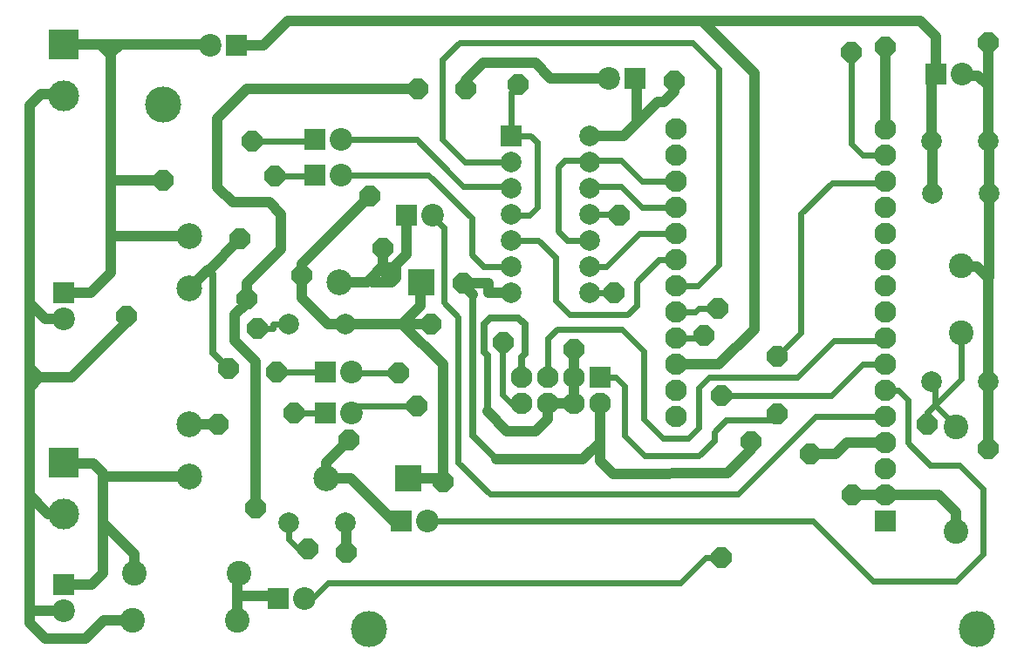
<source format=gbr>
G04 EasyPC Gerber Version 20.0.2 Build 4112 *
G04 #@! TF.Part,Single*
G04 #@! TF.FileFunction,Copper,L2,Bot *
%FSLAX35Y35*%
%MOIN*%
G04 #@! TA.AperFunction,ViaPad*
%AMT28*0 Octagon Pad at angle 0*4,1,8,-0.01631,-0.03937,0.01631,-0.03937,0.03937,-0.01631,0.03937,0.01631,0.01631,0.03937,-0.01631,0.03937,-0.03937,0.01631,-0.03937,-0.01631,-0.01631,-0.03937,0*%
%ADD28T28*%
G04 #@! TA.AperFunction,ComponentPad*
%ADD18R,0.07874X0.07874*%
%ADD71R,0.08268X0.08268*%
%ADD23R,0.09843X0.09843*%
%ADD21R,0.11811X0.11811*%
G04 #@! TD.AperFunction*
%ADD16C,0.01575*%
%ADD73C,0.02362*%
%ADD72C,0.02500*%
%ADD29C,0.03937*%
G04 #@! TA.AperFunction,ComponentPad*
%ADD19C,0.07874*%
%ADD20C,0.08268*%
%ADD12C,0.08661*%
%ADD25C,0.09449*%
%ADD70C,0.09843*%
%ADD22C,0.11811*%
G04 #@! TA.AperFunction,WasherPad*
%ADD17C,0.13780*%
X0Y0D02*
D02*
D12*
X26221Y21459D03*
Y133259D03*
X82221Y237759D03*
X118221Y26259D03*
X132221Y188259D03*
Y201759D03*
X136206Y97259D03*
Y112759D03*
X165221Y55759D03*
X167221Y172759D03*
X234721Y225259D03*
X369721Y226759D03*
D02*
D16*
X96221Y140759D02*
Y139259D01*
D02*
D17*
X64276Y215231D03*
X143017Y14444D03*
X375300D03*
D02*
D18*
X197221Y203259D03*
D02*
D19*
X112394Y55259D03*
Y131259D03*
X134048Y55259D03*
Y131259D03*
X197221Y143259D03*
Y153259D03*
Y163259D03*
Y173259D03*
Y183259D03*
Y193259D03*
X227221Y143259D03*
Y153259D03*
Y163259D03*
Y173259D03*
Y183259D03*
Y193259D03*
Y203259D03*
X357894Y109259D03*
Y201259D03*
X358394Y181259D03*
X379548Y109259D03*
Y201259D03*
X380048Y181259D03*
D02*
D70*
X74221Y72759D03*
Y92759D03*
Y144759D03*
Y164759D03*
X126473Y72137D03*
X131473Y147259D03*
D02*
D71*
X26221Y31459D03*
Y143259D03*
X92221Y237759D03*
X108221Y26259D03*
X122221Y188259D03*
Y201759D03*
X126206Y97259D03*
Y112759D03*
X155221Y55759D03*
X157221Y172759D03*
X231221Y110759D03*
X244721Y225259D03*
X340221Y55759D03*
X359721Y226759D03*
D02*
D20*
X201221Y100759D03*
Y110759D03*
X211221Y100759D03*
Y110759D03*
X221221Y100759D03*
Y110759D03*
X231221Y100759D03*
X260221Y95759D03*
Y105759D03*
Y115759D03*
Y125759D03*
Y135759D03*
Y145759D03*
Y155759D03*
Y165759D03*
Y175759D03*
Y185759D03*
Y195759D03*
Y205759D03*
X340221Y65759D03*
Y75759D03*
Y85759D03*
Y95759D03*
Y105759D03*
Y115759D03*
Y125759D03*
Y135759D03*
Y145759D03*
Y155759D03*
Y165759D03*
Y175759D03*
Y185759D03*
Y195759D03*
Y205759D03*
D02*
D21*
X26221Y78259D03*
Y238259D03*
D02*
D22*
Y58574D03*
Y218574D03*
D02*
D23*
X157969Y72137D03*
X162969Y147259D03*
D02*
D25*
X52721Y17759D03*
X53221Y35759D03*
X92721Y17759D03*
X93221Y35759D03*
X367221Y51759D03*
Y91759D03*
X369221Y127963D03*
Y153554D03*
D02*
D28*
X50221Y134259D03*
X64221Y186259D03*
X85221Y92759D03*
X89221Y114259D03*
X93721Y163759D03*
X96221Y140759D03*
X98221Y201259D03*
X99721Y60759D03*
X100221Y129546D03*
X107001Y187759D03*
X107721Y112759D03*
X114221Y97259D03*
X117221Y149688D03*
X119721Y45259D03*
X134221Y43759D03*
X135141Y86759D03*
X143221Y180259D03*
X148221Y160259D03*
X154111Y112448D03*
X161350Y99759D03*
X161600Y221027D03*
X166721Y131169D03*
X171209Y70759D03*
X178822Y146769D03*
X179821Y221027D03*
X194173Y124180D03*
X200039Y222774D03*
X221221Y121559D03*
X236721Y143259D03*
X238721Y172759D03*
X259721Y224259D03*
X270927Y126800D03*
X276169Y137284D03*
X277542Y41759D03*
Y103759D03*
X289024Y86239D03*
X298883Y96848D03*
Y118688D03*
X311613Y81622D03*
X327338Y235130D03*
X327721Y65759D03*
X340221Y237259D03*
X356417Y92854D03*
X379548Y83369D03*
X379721Y238759D03*
D02*
D29*
X13221Y22759D02*
Y65759D01*
Y106957*
Y110759*
Y114570*
Y139259*
Y214759*
X17721Y219259*
X25536*
X26221Y218574*
X17078Y110759D02*
X17032D01*
X13221Y114570*
X17078Y110759D02*
X17023D01*
X13221Y106957*
X17078Y110759D02*
X13221D01*
X26221Y21459D02*
X14521D01*
X13221Y22759*
X26221Y31459D02*
X36921D01*
X41221Y35759*
Y55259*
X26221Y58574D02*
X20406D01*
X13221Y65759*
X26221Y133259D02*
X19221D01*
X13221Y139259*
X26221Y143259D02*
X36721D01*
X44221Y150759*
Y164759*
X26221Y238259D02*
X40166D01*
X44221*
X41221Y55259D02*
Y72759D01*
Y74259*
X37721Y77759*
X26721*
X26221Y78259*
X44221Y164759D02*
Y186259D01*
Y233881*
Y234701*
X47779Y238259*
X44221Y233881D02*
Y234204D01*
X40166Y238259*
X44221Y233881D02*
Y238259D01*
X47779*
X81721*
X82221Y237759*
X50221Y134259D02*
Y131759D01*
X29221Y110759*
X17078*
X52721Y17759D02*
X41622D01*
X34721Y10858*
X19221*
X13221Y16858*
Y22759*
X53221Y35759D02*
Y43259D01*
X41221Y55259*
X64221Y186259D02*
X44221D01*
X74221Y72759D02*
X41221D01*
X74221Y144759D02*
X81221Y151759D01*
X74221Y164759D02*
X44221D01*
X81221Y151759D02*
Y151259D01*
X93721Y163759*
X85221Y92759D02*
X74221D01*
X92221Y237759D02*
X102568D01*
X112068Y247259*
X270221*
X92721Y17759D02*
Y27259D01*
Y35259*
X93221Y35759*
X96221Y139259D02*
X91721Y134759D01*
Y124928*
X99721Y116928*
Y60759*
X96221Y140759D02*
Y146787D01*
X109307Y159873*
Y173227*
X104814Y177720*
X90836*
X85095Y183461*
Y209794*
X96328Y221027*
X161600*
X108221Y26259D02*
Y27259D01*
X92721*
X117221Y149688D02*
Y154259D01*
X143221Y180259*
X126473Y72137D02*
X135844D01*
X141857Y66123*
X126473Y72137D02*
Y78091D01*
X135141Y86759*
X131473Y147259D02*
X142221D01*
X143971Y149009*
X134048Y131259D02*
X127221D01*
X117221Y141259*
Y149688*
X134048Y131259D02*
X155721D01*
X134221Y43759D02*
Y55085D01*
X134048Y55259*
X143971Y149009D02*
X147721Y152759D01*
X152221*
X153221Y153759*
X147721Y152759D02*
Y152161D01*
X152172Y147710*
X147721Y152759D02*
X148221Y153259D01*
Y160259*
X152172Y147710D02*
X151721Y147259D01*
X144221*
X143971Y147509*
Y149009*
X153221Y153759D02*
Y148759D01*
X152172Y147710*
X155221Y55759D02*
X152221D01*
X141857Y66123*
X155721Y131259D02*
X162721Y138259D01*
Y147011*
X162969Y147259*
X157221Y172759D02*
Y157759D01*
X153221Y153759*
X157969Y72137D02*
X171209D01*
Y70759*
X166721Y131169D02*
X155811D01*
X155721Y131259*
X171209Y70759D02*
Y115770D01*
X155721Y131259*
X179821Y221027D02*
Y224396D01*
X186435Y231011*
X206469*
X212221Y225259*
X182442Y142421D02*
X178822Y146041D01*
Y146769*
X197221Y143259D02*
X188432D01*
Y146769*
X178822*
X211221Y100759D02*
Y94801D01*
X206654Y90233*
X195671*
X188183Y97721*
X221221Y100759D02*
X211221D01*
X221221Y110759D02*
Y121559D01*
Y110759D02*
Y100759D01*
X227221Y203259D02*
X240221D01*
X244971Y208009*
X231221Y100759D02*
Y85846D01*
X224750Y79375*
X191552*
X231221Y100759D02*
Y78894D01*
X236107Y74009*
X280038Y74133*
X289024Y83119*
Y86239*
X234721Y225259D02*
X212221D01*
X244971Y208009D02*
X245221Y208259D01*
Y224759*
X244721Y225259*
X259721Y224259D02*
Y220259D01*
X255721Y216259*
X253221*
X244971Y208009*
X260221Y115759D02*
X276668D01*
X290168Y129259*
Y227312*
X270221Y247259*
X311613Y81622D02*
X321348D01*
X325485Y85759*
X340221*
Y65759D02*
X360721D01*
X367221Y59259*
Y51759*
X340221Y65759D02*
X327721D01*
X340221Y205759D02*
Y237259D01*
X357894Y201259D02*
Y219259D01*
Y224932*
X359721Y226759*
X358394Y181259D02*
Y200759D01*
X357894Y201259*
X359721Y226759D02*
Y241259D01*
X353721Y247259*
X270221*
X379548Y109259D02*
Y83369D01*
Y109259D02*
Y148759D01*
Y148932*
X375221Y153259*
X369517*
X369221Y153554*
X379548Y201259D02*
Y220759D01*
Y222432*
X375721Y226259*
X370221*
X369721Y226759*
X379721Y238759D02*
Y220585D01*
X379548Y220759*
X380048Y181259D02*
Y200759D01*
X379548Y201259*
X380048Y181259D02*
Y149259D01*
X379548Y148759*
D02*
D72*
X89221Y114259D02*
X83221Y120259D01*
Y150259*
X82721*
X81221Y151759*
X188183Y97721D02*
Y119063D01*
X186810Y120435*
Y131169*
X189181Y133540*
X200039*
X202535Y131044*
Y119811*
X201162Y118439*
Y110818*
X201221Y110759*
X191552Y79375D02*
X182442Y88486D01*
Y142421*
D02*
D73*
X98221Y201259D02*
X121721D01*
X122221Y201759*
X100221Y129546D02*
X106312D01*
Y131259*
X112394*
X107001Y187759D02*
X121721D01*
X122221Y188259*
X107721Y112759D02*
X126206D01*
X114221Y97259D02*
X126206D01*
X118221Y26259D02*
X121213D01*
X127279Y32324*
X262042*
X271476Y41759*
X277542*
X119721Y45259D02*
X115894D01*
X112394Y48759*
Y55259*
X132221Y188259D02*
X165721D01*
X182221Y171759*
Y157759*
X186721Y153259*
X197221*
X132221Y201759D02*
X161149D01*
X173581Y189327*
Y189259*
X179081Y183759*
X196721*
X197221Y183259*
X154111Y112448D02*
X136516D01*
X136206Y112759*
X161350Y99759D02*
X138706D01*
X136206Y97259*
X165221Y55759D02*
X312721D01*
X335721Y32759*
X367221*
X377721Y43259*
Y68259*
X368721Y77259*
X357304*
X348804Y85759*
Y102259*
X345304Y105759*
X340221*
X197221Y163259D02*
X207721D01*
X214221Y156759*
Y140259*
X219721Y134759*
X241721*
X245221Y138259*
Y147259*
X253721Y155759*
X260221*
X197221Y193259D02*
X179633D01*
X171085Y201807*
Y232374*
X177585Y238874*
X266721*
X276721Y228874*
Y153759*
X268721Y145759*
X260221*
X197221Y203259D02*
Y219956D01*
X200039Y222774*
X197221Y203259D02*
X204721D01*
X207221Y200759*
Y175759*
X204221Y172759*
X197721*
X197221Y173259*
X201221Y100759D02*
X197126D01*
X193799Y104086*
Y120935*
X194173Y124180*
X211221Y110759D02*
Y125677D01*
X214841Y129296*
X239477*
X247839Y120935*
Y94976*
X255327Y87487*
X264937*
X269055Y91606*
Y106832*
X273049Y110826*
X306746*
X320724Y124804*
X339266*
X340221Y125759*
X227221Y143259D02*
X236721D01*
X227221Y153259D02*
X233721D01*
X246221Y165759*
X260221*
X227221Y163259D02*
X218721D01*
X215221Y166759*
Y191259*
X217721Y193759*
X226721*
X227221Y193259*
Y173259D02*
X238221D01*
X238721Y172759*
X231221Y110759D02*
X237422D01*
X240600Y107581*
Y88486*
X248338Y80748*
X269055*
X274921Y86614*
Y89859*
X279414Y94352*
X296387*
X298883Y96848*
X260221Y125759D02*
X270927D01*
Y126800*
X260221Y175759D02*
X247221D01*
X239221Y183759*
X227721*
X227221Y183259*
X260221Y185759D02*
X247221D01*
X239221Y193759*
X227721*
X227221Y193259*
X276169Y137284D02*
X269083D01*
X267557Y135759*
X260221*
X277542Y103759D02*
X319721D01*
X331721Y115759*
X340221*
X298883Y118688D02*
X307994Y127799D01*
Y173477*
X319850Y185333*
X339773*
X340199Y185759*
X340221*
Y95759D02*
X313735D01*
X283997Y66021*
X189306*
X177075Y78252*
Y133914*
X171459Y139530*
Y168022*
X167221Y172259*
Y172759*
X340221Y195759D02*
X331764D01*
X327213Y200309*
Y235005*
X327338Y235130*
X356417Y92854D02*
Y97347D01*
X359275Y100205*
X359221Y100259*
Y107932*
X357894Y109259*
X367221Y91759D02*
Y92259D01*
X359275Y100205*
X369221Y127963D02*
Y110151D01*
X359275Y100205*
X0Y0D02*
M02*

</source>
